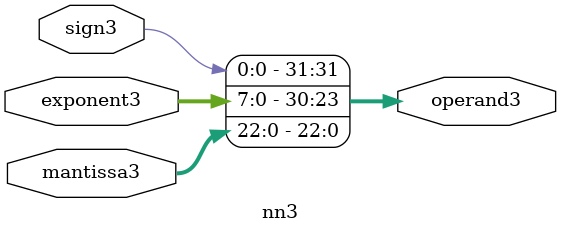
<source format=v>
module nn3(sign3,mantissa3,exponent3,operand3);
    input sign3;
    input [7:0]exponent3;
    input [22:0]mantissa3;
    output reg[31:0]operand3;

    always @(*) begin
      operand3[31]=sign3;
      operand3[30:23]=exponent3;
      operand3[22:0]=mantissa3;
    end

endmodule
</source>
